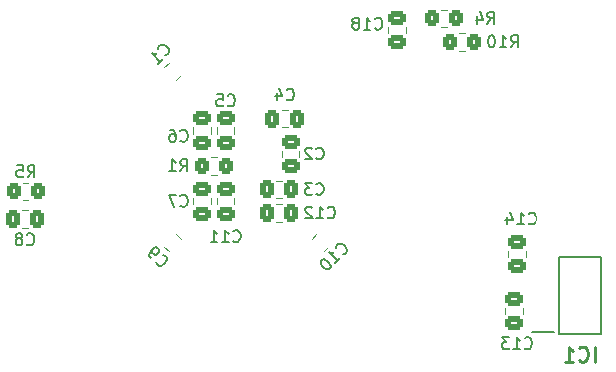
<source format=gbo>
G04 #@! TF.GenerationSoftware,KiCad,Pcbnew,8.0.8*
G04 #@! TF.CreationDate,2025-04-12T06:06:46-04:00*
G04 #@! TF.ProjectId,custom-keypad,63757374-6f6d-42d6-9b65-797061642e6b,rev?*
G04 #@! TF.SameCoordinates,Original*
G04 #@! TF.FileFunction,Legend,Bot*
G04 #@! TF.FilePolarity,Positive*
%FSLAX46Y46*%
G04 Gerber Fmt 4.6, Leading zero omitted, Abs format (unit mm)*
G04 Created by KiCad (PCBNEW 8.0.8) date 2025-04-12 06:06:46*
%MOMM*%
%LPD*%
G01*
G04 APERTURE LIST*
G04 Aperture macros list*
%AMRoundRect*
0 Rectangle with rounded corners*
0 $1 Rounding radius*
0 $2 $3 $4 $5 $6 $7 $8 $9 X,Y pos of 4 corners*
0 Add a 4 corners polygon primitive as box body*
4,1,4,$2,$3,$4,$5,$6,$7,$8,$9,$2,$3,0*
0 Add four circle primitives for the rounded corners*
1,1,$1+$1,$2,$3*
1,1,$1+$1,$4,$5*
1,1,$1+$1,$6,$7*
1,1,$1+$1,$8,$9*
0 Add four rect primitives between the rounded corners*
20,1,$1+$1,$2,$3,$4,$5,0*
20,1,$1+$1,$4,$5,$6,$7,0*
20,1,$1+$1,$6,$7,$8,$9,0*
20,1,$1+$1,$8,$9,$2,$3,0*%
G04 Aperture macros list end*
%ADD10C,0.150000*%
%ADD11C,0.254000*%
%ADD12C,0.120000*%
%ADD13C,0.200000*%
%ADD14C,1.701800*%
%ADD15C,3.987800*%
%ADD16C,2.286000*%
%ADD17C,3.200000*%
%ADD18R,1.650000X1.650000*%
%ADD19C,1.650000*%
%ADD20C,1.800000*%
%ADD21C,4.950000*%
%ADD22C,0.650000*%
%ADD23C,1.140000*%
%ADD24C,1.815000*%
%ADD25RoundRect,0.250000X0.337500X0.475000X-0.337500X0.475000X-0.337500X-0.475000X0.337500X-0.475000X0*%
%ADD26RoundRect,0.250000X0.097227X-0.574524X0.574524X-0.097227X-0.097227X0.574524X-0.574524X0.097227X0*%
%ADD27RoundRect,0.250000X-0.475000X0.337500X-0.475000X-0.337500X0.475000X-0.337500X0.475000X0.337500X0*%
%ADD28RoundRect,0.250000X-0.350000X-0.450000X0.350000X-0.450000X0.350000X0.450000X-0.350000X0.450000X0*%
%ADD29RoundRect,0.250000X0.574524X0.097227X0.097227X0.574524X-0.574524X-0.097227X-0.097227X-0.574524X0*%
%ADD30RoundRect,0.250000X0.475000X-0.337500X0.475000X0.337500X-0.475000X0.337500X-0.475000X-0.337500X0*%
%ADD31R,1.850000X0.900000*%
%ADD32R,1.850000X3.200000*%
%ADD33RoundRect,0.250000X0.350000X0.450000X-0.350000X0.450000X-0.350000X-0.450000X0.350000X-0.450000X0*%
%ADD34C,0.600000*%
%ADD35C,6.000000*%
G04 APERTURE END LIST*
D10*
X88666666Y-33859580D02*
X88714285Y-33907200D01*
X88714285Y-33907200D02*
X88857142Y-33954819D01*
X88857142Y-33954819D02*
X88952380Y-33954819D01*
X88952380Y-33954819D02*
X89095237Y-33907200D01*
X89095237Y-33907200D02*
X89190475Y-33811961D01*
X89190475Y-33811961D02*
X89238094Y-33716723D01*
X89238094Y-33716723D02*
X89285713Y-33526247D01*
X89285713Y-33526247D02*
X89285713Y-33383390D01*
X89285713Y-33383390D02*
X89238094Y-33192914D01*
X89238094Y-33192914D02*
X89190475Y-33097676D01*
X89190475Y-33097676D02*
X89095237Y-33002438D01*
X89095237Y-33002438D02*
X88952380Y-32954819D01*
X88952380Y-32954819D02*
X88857142Y-32954819D01*
X88857142Y-32954819D02*
X88714285Y-33002438D01*
X88714285Y-33002438D02*
X88666666Y-33050057D01*
X87809523Y-33288152D02*
X87809523Y-33954819D01*
X88047618Y-32907200D02*
X88285713Y-33621485D01*
X88285713Y-33621485D02*
X87666666Y-33621485D01*
X78372112Y-30136411D02*
X78439456Y-30136411D01*
X78439456Y-30136411D02*
X78574143Y-30069067D01*
X78574143Y-30069067D02*
X78641486Y-30001724D01*
X78641486Y-30001724D02*
X78708830Y-29867037D01*
X78708830Y-29867037D02*
X78708830Y-29732350D01*
X78708830Y-29732350D02*
X78675158Y-29631335D01*
X78675158Y-29631335D02*
X78574143Y-29462976D01*
X78574143Y-29462976D02*
X78473128Y-29361961D01*
X78473128Y-29361961D02*
X78304769Y-29260945D01*
X78304769Y-29260945D02*
X78203754Y-29227274D01*
X78203754Y-29227274D02*
X78069067Y-29227274D01*
X78069067Y-29227274D02*
X77934380Y-29294617D01*
X77934380Y-29294617D02*
X77867036Y-29361961D01*
X77867036Y-29361961D02*
X77799693Y-29496648D01*
X77799693Y-29496648D02*
X77799693Y-29563991D01*
X77766021Y-30877189D02*
X78170082Y-30473128D01*
X77968051Y-30675159D02*
X77260945Y-29968052D01*
X77260945Y-29968052D02*
X77429303Y-30001724D01*
X77429303Y-30001724D02*
X77563990Y-30001724D01*
X77563990Y-30001724D02*
X77665006Y-29968052D01*
X79666666Y-37359580D02*
X79714285Y-37407200D01*
X79714285Y-37407200D02*
X79857142Y-37454819D01*
X79857142Y-37454819D02*
X79952380Y-37454819D01*
X79952380Y-37454819D02*
X80095237Y-37407200D01*
X80095237Y-37407200D02*
X80190475Y-37311961D01*
X80190475Y-37311961D02*
X80238094Y-37216723D01*
X80238094Y-37216723D02*
X80285713Y-37026247D01*
X80285713Y-37026247D02*
X80285713Y-36883390D01*
X80285713Y-36883390D02*
X80238094Y-36692914D01*
X80238094Y-36692914D02*
X80190475Y-36597676D01*
X80190475Y-36597676D02*
X80095237Y-36502438D01*
X80095237Y-36502438D02*
X79952380Y-36454819D01*
X79952380Y-36454819D02*
X79857142Y-36454819D01*
X79857142Y-36454819D02*
X79714285Y-36502438D01*
X79714285Y-36502438D02*
X79666666Y-36550057D01*
X78809523Y-36454819D02*
X78999999Y-36454819D01*
X78999999Y-36454819D02*
X79095237Y-36502438D01*
X79095237Y-36502438D02*
X79142856Y-36550057D01*
X79142856Y-36550057D02*
X79238094Y-36692914D01*
X79238094Y-36692914D02*
X79285713Y-36883390D01*
X79285713Y-36883390D02*
X79285713Y-37264342D01*
X79285713Y-37264342D02*
X79238094Y-37359580D01*
X79238094Y-37359580D02*
X79190475Y-37407200D01*
X79190475Y-37407200D02*
X79095237Y-37454819D01*
X79095237Y-37454819D02*
X78904761Y-37454819D01*
X78904761Y-37454819D02*
X78809523Y-37407200D01*
X78809523Y-37407200D02*
X78761904Y-37359580D01*
X78761904Y-37359580D02*
X78714285Y-37264342D01*
X78714285Y-37264342D02*
X78714285Y-37026247D01*
X78714285Y-37026247D02*
X78761904Y-36931009D01*
X78761904Y-36931009D02*
X78809523Y-36883390D01*
X78809523Y-36883390D02*
X78904761Y-36835771D01*
X78904761Y-36835771D02*
X79095237Y-36835771D01*
X79095237Y-36835771D02*
X79190475Y-36883390D01*
X79190475Y-36883390D02*
X79238094Y-36931009D01*
X79238094Y-36931009D02*
X79285713Y-37026247D01*
X105666666Y-27454819D02*
X105999999Y-26978628D01*
X106238094Y-27454819D02*
X106238094Y-26454819D01*
X106238094Y-26454819D02*
X105857142Y-26454819D01*
X105857142Y-26454819D02*
X105761904Y-26502438D01*
X105761904Y-26502438D02*
X105714285Y-26550057D01*
X105714285Y-26550057D02*
X105666666Y-26645295D01*
X105666666Y-26645295D02*
X105666666Y-26788152D01*
X105666666Y-26788152D02*
X105714285Y-26883390D01*
X105714285Y-26883390D02*
X105761904Y-26931009D01*
X105761904Y-26931009D02*
X105857142Y-26978628D01*
X105857142Y-26978628D02*
X106238094Y-26978628D01*
X104809523Y-26788152D02*
X104809523Y-27454819D01*
X105047618Y-26407200D02*
X105285713Y-27121485D01*
X105285713Y-27121485D02*
X104666666Y-27121485D01*
X77597211Y-47605735D02*
X77597211Y-47673079D01*
X77597211Y-47673079D02*
X77664555Y-47807766D01*
X77664555Y-47807766D02*
X77731898Y-47875109D01*
X77731898Y-47875109D02*
X77866585Y-47942453D01*
X77866585Y-47942453D02*
X78001272Y-47942453D01*
X78001272Y-47942453D02*
X78102287Y-47908781D01*
X78102287Y-47908781D02*
X78270646Y-47807766D01*
X78270646Y-47807766D02*
X78371661Y-47706751D01*
X78371661Y-47706751D02*
X78472677Y-47538392D01*
X78472677Y-47538392D02*
X78506348Y-47437377D01*
X78506348Y-47437377D02*
X78506348Y-47302690D01*
X78506348Y-47302690D02*
X78439005Y-47168003D01*
X78439005Y-47168003D02*
X78371661Y-47100659D01*
X78371661Y-47100659D02*
X78236974Y-47033316D01*
X78236974Y-47033316D02*
X78169631Y-47033316D01*
X77193150Y-47336361D02*
X77058463Y-47201674D01*
X77058463Y-47201674D02*
X77024791Y-47100659D01*
X77024791Y-47100659D02*
X77024791Y-47033316D01*
X77024791Y-47033316D02*
X77058463Y-46864957D01*
X77058463Y-46864957D02*
X77159478Y-46696598D01*
X77159478Y-46696598D02*
X77428852Y-46427224D01*
X77428852Y-46427224D02*
X77529868Y-46393552D01*
X77529868Y-46393552D02*
X77597211Y-46393552D01*
X77597211Y-46393552D02*
X77698226Y-46427224D01*
X77698226Y-46427224D02*
X77832913Y-46561911D01*
X77832913Y-46561911D02*
X77866585Y-46662926D01*
X77866585Y-46662926D02*
X77866585Y-46730270D01*
X77866585Y-46730270D02*
X77832913Y-46831285D01*
X77832913Y-46831285D02*
X77664555Y-46999644D01*
X77664555Y-46999644D02*
X77563539Y-47033316D01*
X77563539Y-47033316D02*
X77496196Y-47033316D01*
X77496196Y-47033316D02*
X77395181Y-46999644D01*
X77395181Y-46999644D02*
X77260494Y-46864957D01*
X77260494Y-46864957D02*
X77226822Y-46763942D01*
X77226822Y-46763942D02*
X77226822Y-46696598D01*
X77226822Y-46696598D02*
X77260494Y-46595583D01*
X108808856Y-54923579D02*
X108856475Y-54971199D01*
X108856475Y-54971199D02*
X108999332Y-55018818D01*
X108999332Y-55018818D02*
X109094570Y-55018818D01*
X109094570Y-55018818D02*
X109237427Y-54971199D01*
X109237427Y-54971199D02*
X109332665Y-54875960D01*
X109332665Y-54875960D02*
X109380284Y-54780722D01*
X109380284Y-54780722D02*
X109427903Y-54590246D01*
X109427903Y-54590246D02*
X109427903Y-54447389D01*
X109427903Y-54447389D02*
X109380284Y-54256913D01*
X109380284Y-54256913D02*
X109332665Y-54161675D01*
X109332665Y-54161675D02*
X109237427Y-54066437D01*
X109237427Y-54066437D02*
X109094570Y-54018818D01*
X109094570Y-54018818D02*
X108999332Y-54018818D01*
X108999332Y-54018818D02*
X108856475Y-54066437D01*
X108856475Y-54066437D02*
X108808856Y-54114056D01*
X107856475Y-55018818D02*
X108427903Y-55018818D01*
X108142189Y-55018818D02*
X108142189Y-54018818D01*
X108142189Y-54018818D02*
X108237427Y-54161675D01*
X108237427Y-54161675D02*
X108332665Y-54256913D01*
X108332665Y-54256913D02*
X108427903Y-54304532D01*
X107523141Y-54018818D02*
X106904094Y-54018818D01*
X106904094Y-54018818D02*
X107237427Y-54399770D01*
X107237427Y-54399770D02*
X107094570Y-54399770D01*
X107094570Y-54399770D02*
X106999332Y-54447389D01*
X106999332Y-54447389D02*
X106951713Y-54495008D01*
X106951713Y-54495008D02*
X106904094Y-54590246D01*
X106904094Y-54590246D02*
X106904094Y-54828341D01*
X106904094Y-54828341D02*
X106951713Y-54923579D01*
X106951713Y-54923579D02*
X106999332Y-54971199D01*
X106999332Y-54971199D02*
X107094570Y-55018818D01*
X107094570Y-55018818D02*
X107380284Y-55018818D01*
X107380284Y-55018818D02*
X107475522Y-54971199D01*
X107475522Y-54971199D02*
X107523141Y-54923579D01*
X92142857Y-43859580D02*
X92190476Y-43907200D01*
X92190476Y-43907200D02*
X92333333Y-43954819D01*
X92333333Y-43954819D02*
X92428571Y-43954819D01*
X92428571Y-43954819D02*
X92571428Y-43907200D01*
X92571428Y-43907200D02*
X92666666Y-43811961D01*
X92666666Y-43811961D02*
X92714285Y-43716723D01*
X92714285Y-43716723D02*
X92761904Y-43526247D01*
X92761904Y-43526247D02*
X92761904Y-43383390D01*
X92761904Y-43383390D02*
X92714285Y-43192914D01*
X92714285Y-43192914D02*
X92666666Y-43097676D01*
X92666666Y-43097676D02*
X92571428Y-43002438D01*
X92571428Y-43002438D02*
X92428571Y-42954819D01*
X92428571Y-42954819D02*
X92333333Y-42954819D01*
X92333333Y-42954819D02*
X92190476Y-43002438D01*
X92190476Y-43002438D02*
X92142857Y-43050057D01*
X91190476Y-43954819D02*
X91761904Y-43954819D01*
X91476190Y-43954819D02*
X91476190Y-42954819D01*
X91476190Y-42954819D02*
X91571428Y-43097676D01*
X91571428Y-43097676D02*
X91666666Y-43192914D01*
X91666666Y-43192914D02*
X91761904Y-43240533D01*
X90809523Y-43050057D02*
X90761904Y-43002438D01*
X90761904Y-43002438D02*
X90666666Y-42954819D01*
X90666666Y-42954819D02*
X90428571Y-42954819D01*
X90428571Y-42954819D02*
X90333333Y-43002438D01*
X90333333Y-43002438D02*
X90285714Y-43050057D01*
X90285714Y-43050057D02*
X90238095Y-43145295D01*
X90238095Y-43145295D02*
X90238095Y-43240533D01*
X90238095Y-43240533D02*
X90285714Y-43383390D01*
X90285714Y-43383390D02*
X90857142Y-43954819D01*
X90857142Y-43954819D02*
X90238095Y-43954819D01*
X109142857Y-44359580D02*
X109190476Y-44407200D01*
X109190476Y-44407200D02*
X109333333Y-44454819D01*
X109333333Y-44454819D02*
X109428571Y-44454819D01*
X109428571Y-44454819D02*
X109571428Y-44407200D01*
X109571428Y-44407200D02*
X109666666Y-44311961D01*
X109666666Y-44311961D02*
X109714285Y-44216723D01*
X109714285Y-44216723D02*
X109761904Y-44026247D01*
X109761904Y-44026247D02*
X109761904Y-43883390D01*
X109761904Y-43883390D02*
X109714285Y-43692914D01*
X109714285Y-43692914D02*
X109666666Y-43597676D01*
X109666666Y-43597676D02*
X109571428Y-43502438D01*
X109571428Y-43502438D02*
X109428571Y-43454819D01*
X109428571Y-43454819D02*
X109333333Y-43454819D01*
X109333333Y-43454819D02*
X109190476Y-43502438D01*
X109190476Y-43502438D02*
X109142857Y-43550057D01*
X108190476Y-44454819D02*
X108761904Y-44454819D01*
X108476190Y-44454819D02*
X108476190Y-43454819D01*
X108476190Y-43454819D02*
X108571428Y-43597676D01*
X108571428Y-43597676D02*
X108666666Y-43692914D01*
X108666666Y-43692914D02*
X108761904Y-43740533D01*
X107333333Y-43788152D02*
X107333333Y-44454819D01*
X107571428Y-43407200D02*
X107809523Y-44121485D01*
X107809523Y-44121485D02*
X107190476Y-44121485D01*
X91166666Y-38859580D02*
X91214285Y-38907200D01*
X91214285Y-38907200D02*
X91357142Y-38954819D01*
X91357142Y-38954819D02*
X91452380Y-38954819D01*
X91452380Y-38954819D02*
X91595237Y-38907200D01*
X91595237Y-38907200D02*
X91690475Y-38811961D01*
X91690475Y-38811961D02*
X91738094Y-38716723D01*
X91738094Y-38716723D02*
X91785713Y-38526247D01*
X91785713Y-38526247D02*
X91785713Y-38383390D01*
X91785713Y-38383390D02*
X91738094Y-38192914D01*
X91738094Y-38192914D02*
X91690475Y-38097676D01*
X91690475Y-38097676D02*
X91595237Y-38002438D01*
X91595237Y-38002438D02*
X91452380Y-37954819D01*
X91452380Y-37954819D02*
X91357142Y-37954819D01*
X91357142Y-37954819D02*
X91214285Y-38002438D01*
X91214285Y-38002438D02*
X91166666Y-38050057D01*
X90785713Y-38050057D02*
X90738094Y-38002438D01*
X90738094Y-38002438D02*
X90642856Y-37954819D01*
X90642856Y-37954819D02*
X90404761Y-37954819D01*
X90404761Y-37954819D02*
X90309523Y-38002438D01*
X90309523Y-38002438D02*
X90261904Y-38050057D01*
X90261904Y-38050057D02*
X90214285Y-38145295D01*
X90214285Y-38145295D02*
X90214285Y-38240533D01*
X90214285Y-38240533D02*
X90261904Y-38383390D01*
X90261904Y-38383390D02*
X90833332Y-38954819D01*
X90833332Y-38954819D02*
X90214285Y-38954819D01*
X84142857Y-45859580D02*
X84190476Y-45907200D01*
X84190476Y-45907200D02*
X84333333Y-45954819D01*
X84333333Y-45954819D02*
X84428571Y-45954819D01*
X84428571Y-45954819D02*
X84571428Y-45907200D01*
X84571428Y-45907200D02*
X84666666Y-45811961D01*
X84666666Y-45811961D02*
X84714285Y-45716723D01*
X84714285Y-45716723D02*
X84761904Y-45526247D01*
X84761904Y-45526247D02*
X84761904Y-45383390D01*
X84761904Y-45383390D02*
X84714285Y-45192914D01*
X84714285Y-45192914D02*
X84666666Y-45097676D01*
X84666666Y-45097676D02*
X84571428Y-45002438D01*
X84571428Y-45002438D02*
X84428571Y-44954819D01*
X84428571Y-44954819D02*
X84333333Y-44954819D01*
X84333333Y-44954819D02*
X84190476Y-45002438D01*
X84190476Y-45002438D02*
X84142857Y-45050057D01*
X83190476Y-45954819D02*
X83761904Y-45954819D01*
X83476190Y-45954819D02*
X83476190Y-44954819D01*
X83476190Y-44954819D02*
X83571428Y-45097676D01*
X83571428Y-45097676D02*
X83666666Y-45192914D01*
X83666666Y-45192914D02*
X83761904Y-45240533D01*
X82238095Y-45954819D02*
X82809523Y-45954819D01*
X82523809Y-45954819D02*
X82523809Y-44954819D01*
X82523809Y-44954819D02*
X82619047Y-45097676D01*
X82619047Y-45097676D02*
X82714285Y-45192914D01*
X82714285Y-45192914D02*
X82809523Y-45240533D01*
D11*
X114739762Y-56074318D02*
X114739762Y-54804318D01*
X113409285Y-55953365D02*
X113469761Y-56013842D01*
X113469761Y-56013842D02*
X113651190Y-56074318D01*
X113651190Y-56074318D02*
X113772142Y-56074318D01*
X113772142Y-56074318D02*
X113953571Y-56013842D01*
X113953571Y-56013842D02*
X114074523Y-55892889D01*
X114074523Y-55892889D02*
X114135000Y-55771937D01*
X114135000Y-55771937D02*
X114195476Y-55530032D01*
X114195476Y-55530032D02*
X114195476Y-55348603D01*
X114195476Y-55348603D02*
X114135000Y-55106699D01*
X114135000Y-55106699D02*
X114074523Y-54985746D01*
X114074523Y-54985746D02*
X113953571Y-54864794D01*
X113953571Y-54864794D02*
X113772142Y-54804318D01*
X113772142Y-54804318D02*
X113651190Y-54804318D01*
X113651190Y-54804318D02*
X113469761Y-54864794D01*
X113469761Y-54864794D02*
X113409285Y-54925270D01*
X112199761Y-56074318D02*
X112925476Y-56074318D01*
X112562619Y-56074318D02*
X112562619Y-54804318D01*
X112562619Y-54804318D02*
X112683571Y-54985746D01*
X112683571Y-54985746D02*
X112804523Y-55106699D01*
X112804523Y-55106699D02*
X112925476Y-55167175D01*
D10*
X83666666Y-34359580D02*
X83714285Y-34407200D01*
X83714285Y-34407200D02*
X83857142Y-34454819D01*
X83857142Y-34454819D02*
X83952380Y-34454819D01*
X83952380Y-34454819D02*
X84095237Y-34407200D01*
X84095237Y-34407200D02*
X84190475Y-34311961D01*
X84190475Y-34311961D02*
X84238094Y-34216723D01*
X84238094Y-34216723D02*
X84285713Y-34026247D01*
X84285713Y-34026247D02*
X84285713Y-33883390D01*
X84285713Y-33883390D02*
X84238094Y-33692914D01*
X84238094Y-33692914D02*
X84190475Y-33597676D01*
X84190475Y-33597676D02*
X84095237Y-33502438D01*
X84095237Y-33502438D02*
X83952380Y-33454819D01*
X83952380Y-33454819D02*
X83857142Y-33454819D01*
X83857142Y-33454819D02*
X83714285Y-33502438D01*
X83714285Y-33502438D02*
X83666666Y-33550057D01*
X82761904Y-33454819D02*
X83238094Y-33454819D01*
X83238094Y-33454819D02*
X83285713Y-33931009D01*
X83285713Y-33931009D02*
X83238094Y-33883390D01*
X83238094Y-33883390D02*
X83142856Y-33835771D01*
X83142856Y-33835771D02*
X82904761Y-33835771D01*
X82904761Y-33835771D02*
X82809523Y-33883390D01*
X82809523Y-33883390D02*
X82761904Y-33931009D01*
X82761904Y-33931009D02*
X82714285Y-34026247D01*
X82714285Y-34026247D02*
X82714285Y-34264342D01*
X82714285Y-34264342D02*
X82761904Y-34359580D01*
X82761904Y-34359580D02*
X82809523Y-34407200D01*
X82809523Y-34407200D02*
X82904761Y-34454819D01*
X82904761Y-34454819D02*
X83142856Y-34454819D01*
X83142856Y-34454819D02*
X83238094Y-34407200D01*
X83238094Y-34407200D02*
X83285713Y-34359580D01*
X93396769Y-46987632D02*
X93464113Y-46987632D01*
X93464113Y-46987632D02*
X93598800Y-46920288D01*
X93598800Y-46920288D02*
X93666143Y-46852945D01*
X93666143Y-46852945D02*
X93733487Y-46718258D01*
X93733487Y-46718258D02*
X93733487Y-46583571D01*
X93733487Y-46583571D02*
X93699815Y-46482556D01*
X93699815Y-46482556D02*
X93598800Y-46314197D01*
X93598800Y-46314197D02*
X93497785Y-46213182D01*
X93497785Y-46213182D02*
X93329426Y-46112166D01*
X93329426Y-46112166D02*
X93228411Y-46078495D01*
X93228411Y-46078495D02*
X93093724Y-46078495D01*
X93093724Y-46078495D02*
X92959037Y-46145838D01*
X92959037Y-46145838D02*
X92891693Y-46213182D01*
X92891693Y-46213182D02*
X92824350Y-46347869D01*
X92824350Y-46347869D02*
X92824350Y-46415212D01*
X92790678Y-47728410D02*
X93194739Y-47324349D01*
X92992708Y-47526380D02*
X92285602Y-46819273D01*
X92285602Y-46819273D02*
X92453960Y-46852945D01*
X92453960Y-46852945D02*
X92588647Y-46852945D01*
X92588647Y-46852945D02*
X92689663Y-46819273D01*
X91645838Y-47459037D02*
X91578495Y-47526380D01*
X91578495Y-47526380D02*
X91544823Y-47627395D01*
X91544823Y-47627395D02*
X91544823Y-47694739D01*
X91544823Y-47694739D02*
X91578495Y-47795754D01*
X91578495Y-47795754D02*
X91679510Y-47964113D01*
X91679510Y-47964113D02*
X91847869Y-48132472D01*
X91847869Y-48132472D02*
X92016227Y-48233487D01*
X92016227Y-48233487D02*
X92117243Y-48267159D01*
X92117243Y-48267159D02*
X92184586Y-48267159D01*
X92184586Y-48267159D02*
X92285601Y-48233487D01*
X92285601Y-48233487D02*
X92352945Y-48166143D01*
X92352945Y-48166143D02*
X92386617Y-48065128D01*
X92386617Y-48065128D02*
X92386617Y-47997785D01*
X92386617Y-47997785D02*
X92352945Y-47896769D01*
X92352945Y-47896769D02*
X92251930Y-47728411D01*
X92251930Y-47728411D02*
X92083571Y-47560052D01*
X92083571Y-47560052D02*
X91915212Y-47459037D01*
X91915212Y-47459037D02*
X91814197Y-47425365D01*
X91814197Y-47425365D02*
X91746853Y-47425365D01*
X91746853Y-47425365D02*
X91645838Y-47459037D01*
X66666666Y-46123580D02*
X66714285Y-46171200D01*
X66714285Y-46171200D02*
X66857142Y-46218819D01*
X66857142Y-46218819D02*
X66952380Y-46218819D01*
X66952380Y-46218819D02*
X67095237Y-46171200D01*
X67095237Y-46171200D02*
X67190475Y-46075961D01*
X67190475Y-46075961D02*
X67238094Y-45980723D01*
X67238094Y-45980723D02*
X67285713Y-45790247D01*
X67285713Y-45790247D02*
X67285713Y-45647390D01*
X67285713Y-45647390D02*
X67238094Y-45456914D01*
X67238094Y-45456914D02*
X67190475Y-45361676D01*
X67190475Y-45361676D02*
X67095237Y-45266438D01*
X67095237Y-45266438D02*
X66952380Y-45218819D01*
X66952380Y-45218819D02*
X66857142Y-45218819D01*
X66857142Y-45218819D02*
X66714285Y-45266438D01*
X66714285Y-45266438D02*
X66666666Y-45314057D01*
X66095237Y-45647390D02*
X66190475Y-45599771D01*
X66190475Y-45599771D02*
X66238094Y-45552152D01*
X66238094Y-45552152D02*
X66285713Y-45456914D01*
X66285713Y-45456914D02*
X66285713Y-45409295D01*
X66285713Y-45409295D02*
X66238094Y-45314057D01*
X66238094Y-45314057D02*
X66190475Y-45266438D01*
X66190475Y-45266438D02*
X66095237Y-45218819D01*
X66095237Y-45218819D02*
X65904761Y-45218819D01*
X65904761Y-45218819D02*
X65809523Y-45266438D01*
X65809523Y-45266438D02*
X65761904Y-45314057D01*
X65761904Y-45314057D02*
X65714285Y-45409295D01*
X65714285Y-45409295D02*
X65714285Y-45456914D01*
X65714285Y-45456914D02*
X65761904Y-45552152D01*
X65761904Y-45552152D02*
X65809523Y-45599771D01*
X65809523Y-45599771D02*
X65904761Y-45647390D01*
X65904761Y-45647390D02*
X66095237Y-45647390D01*
X66095237Y-45647390D02*
X66190475Y-45695009D01*
X66190475Y-45695009D02*
X66238094Y-45742628D01*
X66238094Y-45742628D02*
X66285713Y-45837866D01*
X66285713Y-45837866D02*
X66285713Y-46028342D01*
X66285713Y-46028342D02*
X66238094Y-46123580D01*
X66238094Y-46123580D02*
X66190475Y-46171200D01*
X66190475Y-46171200D02*
X66095237Y-46218819D01*
X66095237Y-46218819D02*
X65904761Y-46218819D01*
X65904761Y-46218819D02*
X65809523Y-46171200D01*
X65809523Y-46171200D02*
X65761904Y-46123580D01*
X65761904Y-46123580D02*
X65714285Y-46028342D01*
X65714285Y-46028342D02*
X65714285Y-45837866D01*
X65714285Y-45837866D02*
X65761904Y-45742628D01*
X65761904Y-45742628D02*
X65809523Y-45695009D01*
X65809523Y-45695009D02*
X65904761Y-45647390D01*
X107642857Y-29454819D02*
X107976190Y-28978628D01*
X108214285Y-29454819D02*
X108214285Y-28454819D01*
X108214285Y-28454819D02*
X107833333Y-28454819D01*
X107833333Y-28454819D02*
X107738095Y-28502438D01*
X107738095Y-28502438D02*
X107690476Y-28550057D01*
X107690476Y-28550057D02*
X107642857Y-28645295D01*
X107642857Y-28645295D02*
X107642857Y-28788152D01*
X107642857Y-28788152D02*
X107690476Y-28883390D01*
X107690476Y-28883390D02*
X107738095Y-28931009D01*
X107738095Y-28931009D02*
X107833333Y-28978628D01*
X107833333Y-28978628D02*
X108214285Y-28978628D01*
X106690476Y-29454819D02*
X107261904Y-29454819D01*
X106976190Y-29454819D02*
X106976190Y-28454819D01*
X106976190Y-28454819D02*
X107071428Y-28597676D01*
X107071428Y-28597676D02*
X107166666Y-28692914D01*
X107166666Y-28692914D02*
X107261904Y-28740533D01*
X106071428Y-28454819D02*
X105976190Y-28454819D01*
X105976190Y-28454819D02*
X105880952Y-28502438D01*
X105880952Y-28502438D02*
X105833333Y-28550057D01*
X105833333Y-28550057D02*
X105785714Y-28645295D01*
X105785714Y-28645295D02*
X105738095Y-28835771D01*
X105738095Y-28835771D02*
X105738095Y-29073866D01*
X105738095Y-29073866D02*
X105785714Y-29264342D01*
X105785714Y-29264342D02*
X105833333Y-29359580D01*
X105833333Y-29359580D02*
X105880952Y-29407200D01*
X105880952Y-29407200D02*
X105976190Y-29454819D01*
X105976190Y-29454819D02*
X106071428Y-29454819D01*
X106071428Y-29454819D02*
X106166666Y-29407200D01*
X106166666Y-29407200D02*
X106214285Y-29359580D01*
X106214285Y-29359580D02*
X106261904Y-29264342D01*
X106261904Y-29264342D02*
X106309523Y-29073866D01*
X106309523Y-29073866D02*
X106309523Y-28835771D01*
X106309523Y-28835771D02*
X106261904Y-28645295D01*
X106261904Y-28645295D02*
X106214285Y-28550057D01*
X106214285Y-28550057D02*
X106166666Y-28502438D01*
X106166666Y-28502438D02*
X106071428Y-28454819D01*
X79666666Y-42859580D02*
X79714285Y-42907200D01*
X79714285Y-42907200D02*
X79857142Y-42954819D01*
X79857142Y-42954819D02*
X79952380Y-42954819D01*
X79952380Y-42954819D02*
X80095237Y-42907200D01*
X80095237Y-42907200D02*
X80190475Y-42811961D01*
X80190475Y-42811961D02*
X80238094Y-42716723D01*
X80238094Y-42716723D02*
X80285713Y-42526247D01*
X80285713Y-42526247D02*
X80285713Y-42383390D01*
X80285713Y-42383390D02*
X80238094Y-42192914D01*
X80238094Y-42192914D02*
X80190475Y-42097676D01*
X80190475Y-42097676D02*
X80095237Y-42002438D01*
X80095237Y-42002438D02*
X79952380Y-41954819D01*
X79952380Y-41954819D02*
X79857142Y-41954819D01*
X79857142Y-41954819D02*
X79714285Y-42002438D01*
X79714285Y-42002438D02*
X79666666Y-42050057D01*
X79333332Y-41954819D02*
X78666666Y-41954819D01*
X78666666Y-41954819D02*
X79095237Y-42954819D01*
X79666666Y-39954819D02*
X79999999Y-39478628D01*
X80238094Y-39954819D02*
X80238094Y-38954819D01*
X80238094Y-38954819D02*
X79857142Y-38954819D01*
X79857142Y-38954819D02*
X79761904Y-39002438D01*
X79761904Y-39002438D02*
X79714285Y-39050057D01*
X79714285Y-39050057D02*
X79666666Y-39145295D01*
X79666666Y-39145295D02*
X79666666Y-39288152D01*
X79666666Y-39288152D02*
X79714285Y-39383390D01*
X79714285Y-39383390D02*
X79761904Y-39431009D01*
X79761904Y-39431009D02*
X79857142Y-39478628D01*
X79857142Y-39478628D02*
X80238094Y-39478628D01*
X78714285Y-39954819D02*
X79285713Y-39954819D01*
X78999999Y-39954819D02*
X78999999Y-38954819D01*
X78999999Y-38954819D02*
X79095237Y-39097676D01*
X79095237Y-39097676D02*
X79190475Y-39192914D01*
X79190475Y-39192914D02*
X79285713Y-39240533D01*
X96142857Y-27859580D02*
X96190476Y-27907200D01*
X96190476Y-27907200D02*
X96333333Y-27954819D01*
X96333333Y-27954819D02*
X96428571Y-27954819D01*
X96428571Y-27954819D02*
X96571428Y-27907200D01*
X96571428Y-27907200D02*
X96666666Y-27811961D01*
X96666666Y-27811961D02*
X96714285Y-27716723D01*
X96714285Y-27716723D02*
X96761904Y-27526247D01*
X96761904Y-27526247D02*
X96761904Y-27383390D01*
X96761904Y-27383390D02*
X96714285Y-27192914D01*
X96714285Y-27192914D02*
X96666666Y-27097676D01*
X96666666Y-27097676D02*
X96571428Y-27002438D01*
X96571428Y-27002438D02*
X96428571Y-26954819D01*
X96428571Y-26954819D02*
X96333333Y-26954819D01*
X96333333Y-26954819D02*
X96190476Y-27002438D01*
X96190476Y-27002438D02*
X96142857Y-27050057D01*
X95190476Y-27954819D02*
X95761904Y-27954819D01*
X95476190Y-27954819D02*
X95476190Y-26954819D01*
X95476190Y-26954819D02*
X95571428Y-27097676D01*
X95571428Y-27097676D02*
X95666666Y-27192914D01*
X95666666Y-27192914D02*
X95761904Y-27240533D01*
X94619047Y-27383390D02*
X94714285Y-27335771D01*
X94714285Y-27335771D02*
X94761904Y-27288152D01*
X94761904Y-27288152D02*
X94809523Y-27192914D01*
X94809523Y-27192914D02*
X94809523Y-27145295D01*
X94809523Y-27145295D02*
X94761904Y-27050057D01*
X94761904Y-27050057D02*
X94714285Y-27002438D01*
X94714285Y-27002438D02*
X94619047Y-26954819D01*
X94619047Y-26954819D02*
X94428571Y-26954819D01*
X94428571Y-26954819D02*
X94333333Y-27002438D01*
X94333333Y-27002438D02*
X94285714Y-27050057D01*
X94285714Y-27050057D02*
X94238095Y-27145295D01*
X94238095Y-27145295D02*
X94238095Y-27192914D01*
X94238095Y-27192914D02*
X94285714Y-27288152D01*
X94285714Y-27288152D02*
X94333333Y-27335771D01*
X94333333Y-27335771D02*
X94428571Y-27383390D01*
X94428571Y-27383390D02*
X94619047Y-27383390D01*
X94619047Y-27383390D02*
X94714285Y-27431009D01*
X94714285Y-27431009D02*
X94761904Y-27478628D01*
X94761904Y-27478628D02*
X94809523Y-27573866D01*
X94809523Y-27573866D02*
X94809523Y-27764342D01*
X94809523Y-27764342D02*
X94761904Y-27859580D01*
X94761904Y-27859580D02*
X94714285Y-27907200D01*
X94714285Y-27907200D02*
X94619047Y-27954819D01*
X94619047Y-27954819D02*
X94428571Y-27954819D01*
X94428571Y-27954819D02*
X94333333Y-27907200D01*
X94333333Y-27907200D02*
X94285714Y-27859580D01*
X94285714Y-27859580D02*
X94238095Y-27764342D01*
X94238095Y-27764342D02*
X94238095Y-27573866D01*
X94238095Y-27573866D02*
X94285714Y-27478628D01*
X94285714Y-27478628D02*
X94333333Y-27431009D01*
X94333333Y-27431009D02*
X94428571Y-27383390D01*
X91166666Y-41859580D02*
X91214285Y-41907200D01*
X91214285Y-41907200D02*
X91357142Y-41954819D01*
X91357142Y-41954819D02*
X91452380Y-41954819D01*
X91452380Y-41954819D02*
X91595237Y-41907200D01*
X91595237Y-41907200D02*
X91690475Y-41811961D01*
X91690475Y-41811961D02*
X91738094Y-41716723D01*
X91738094Y-41716723D02*
X91785713Y-41526247D01*
X91785713Y-41526247D02*
X91785713Y-41383390D01*
X91785713Y-41383390D02*
X91738094Y-41192914D01*
X91738094Y-41192914D02*
X91690475Y-41097676D01*
X91690475Y-41097676D02*
X91595237Y-41002438D01*
X91595237Y-41002438D02*
X91452380Y-40954819D01*
X91452380Y-40954819D02*
X91357142Y-40954819D01*
X91357142Y-40954819D02*
X91214285Y-41002438D01*
X91214285Y-41002438D02*
X91166666Y-41050057D01*
X90833332Y-40954819D02*
X90214285Y-40954819D01*
X90214285Y-40954819D02*
X90547618Y-41335771D01*
X90547618Y-41335771D02*
X90404761Y-41335771D01*
X90404761Y-41335771D02*
X90309523Y-41383390D01*
X90309523Y-41383390D02*
X90261904Y-41431009D01*
X90261904Y-41431009D02*
X90214285Y-41526247D01*
X90214285Y-41526247D02*
X90214285Y-41764342D01*
X90214285Y-41764342D02*
X90261904Y-41859580D01*
X90261904Y-41859580D02*
X90309523Y-41907200D01*
X90309523Y-41907200D02*
X90404761Y-41954819D01*
X90404761Y-41954819D02*
X90690475Y-41954819D01*
X90690475Y-41954819D02*
X90785713Y-41907200D01*
X90785713Y-41907200D02*
X90833332Y-41859580D01*
X66738666Y-40460819D02*
X67071999Y-39984628D01*
X67310094Y-40460819D02*
X67310094Y-39460819D01*
X67310094Y-39460819D02*
X66929142Y-39460819D01*
X66929142Y-39460819D02*
X66833904Y-39508438D01*
X66833904Y-39508438D02*
X66786285Y-39556057D01*
X66786285Y-39556057D02*
X66738666Y-39651295D01*
X66738666Y-39651295D02*
X66738666Y-39794152D01*
X66738666Y-39794152D02*
X66786285Y-39889390D01*
X66786285Y-39889390D02*
X66833904Y-39937009D01*
X66833904Y-39937009D02*
X66929142Y-39984628D01*
X66929142Y-39984628D02*
X67310094Y-39984628D01*
X65833904Y-39460819D02*
X66310094Y-39460819D01*
X66310094Y-39460819D02*
X66357713Y-39937009D01*
X66357713Y-39937009D02*
X66310094Y-39889390D01*
X66310094Y-39889390D02*
X66214856Y-39841771D01*
X66214856Y-39841771D02*
X65976761Y-39841771D01*
X65976761Y-39841771D02*
X65881523Y-39889390D01*
X65881523Y-39889390D02*
X65833904Y-39937009D01*
X65833904Y-39937009D02*
X65786285Y-40032247D01*
X65786285Y-40032247D02*
X65786285Y-40270342D01*
X65786285Y-40270342D02*
X65833904Y-40365580D01*
X65833904Y-40365580D02*
X65881523Y-40413200D01*
X65881523Y-40413200D02*
X65976761Y-40460819D01*
X65976761Y-40460819D02*
X66214856Y-40460819D01*
X66214856Y-40460819D02*
X66310094Y-40413200D01*
X66310094Y-40413200D02*
X66357713Y-40365580D01*
D12*
X88238747Y-34765000D02*
X88761253Y-34765000D01*
X88238747Y-36235000D02*
X88761253Y-36235000D01*
X78665010Y-30795543D02*
X78295543Y-31165010D01*
X79704457Y-31834990D02*
X79334990Y-32204457D01*
X80765000Y-36761253D02*
X80765000Y-36238747D01*
X82235000Y-36761253D02*
X82235000Y-36238747D01*
X102227064Y-26265000D02*
X101772936Y-26265000D01*
X102227064Y-27735000D02*
X101772936Y-27735000D01*
X78295543Y-46334990D02*
X78665010Y-46704457D01*
X79334990Y-45295543D02*
X79704457Y-45665010D01*
X107176999Y-52031252D02*
X107176999Y-51508746D01*
X108646999Y-52031252D02*
X108646999Y-51508746D01*
X87738747Y-42765000D02*
X88261253Y-42765000D01*
X87738747Y-44235000D02*
X88261253Y-44235000D01*
X107431000Y-46682747D02*
X107431000Y-47205253D01*
X108901000Y-46682747D02*
X108901000Y-47205253D01*
X88265000Y-38761253D02*
X88265000Y-38238747D01*
X89735000Y-38761253D02*
X89735000Y-38238747D01*
X82765000Y-42238747D02*
X82765000Y-42761253D01*
X84235000Y-42238747D02*
X84235000Y-42761253D01*
D13*
X111325000Y-53600000D02*
X109475000Y-53600000D01*
X111750000Y-47250000D02*
X115250000Y-47250000D01*
X111750000Y-53750000D02*
X111750000Y-47250000D01*
X115250000Y-47250000D02*
X115250000Y-53750000D01*
X115250000Y-53750000D02*
X111750000Y-53750000D01*
D12*
X82765000Y-36761253D02*
X82765000Y-36238747D01*
X84235000Y-36761253D02*
X84235000Y-36238747D01*
X91165010Y-45295543D02*
X90795543Y-45665010D01*
X92204457Y-46334990D02*
X91834990Y-46704457D01*
X66238748Y-43265000D02*
X66761252Y-43265000D01*
X66238748Y-44735000D02*
X66761252Y-44735000D01*
X103272936Y-28265000D02*
X103727064Y-28265000D01*
X103272936Y-29735000D02*
X103727064Y-29735000D01*
X80765000Y-42238747D02*
X80765000Y-42761253D01*
X82235000Y-42238747D02*
X82235000Y-42761253D01*
X82727064Y-38765000D02*
X82272936Y-38765000D01*
X82727064Y-40235000D02*
X82272936Y-40235000D01*
X97265000Y-28261253D02*
X97265000Y-27738747D01*
X98735000Y-28261253D02*
X98735000Y-27738747D01*
X87738747Y-40765000D02*
X88261253Y-40765000D01*
X87738747Y-42235000D02*
X88261253Y-42235000D01*
X66344936Y-40921000D02*
X66799064Y-40921000D01*
X66344936Y-42391000D02*
X66799064Y-42391000D01*
%LPC*%
D14*
X61322000Y-82804000D03*
D15*
X66402000Y-82804000D03*
D14*
X71482000Y-82804000D03*
D16*
X68942000Y-77724000D03*
X62592000Y-80264000D03*
D17*
X115422999Y-87559152D03*
D14*
X80222000Y-82804000D03*
D15*
X85302000Y-82804000D03*
D14*
X90382000Y-82804000D03*
D16*
X87842000Y-77724000D03*
X81492000Y-80264000D03*
D18*
X62738000Y-32258000D03*
D19*
X65278000Y-32258000D03*
X67818000Y-32258000D03*
X70358000Y-32258000D03*
X72898000Y-32258000D03*
D17*
X115422995Y-29321650D03*
X54934849Y-87559155D03*
D20*
X64088000Y-51308000D03*
X69088000Y-51308000D03*
X66588000Y-51308000D03*
X64088000Y-36808000D03*
X69088000Y-36808000D03*
D21*
X61938000Y-43808000D03*
X71238000Y-43808000D03*
D14*
X61322000Y-64008000D03*
D15*
X66402000Y-64008000D03*
D14*
X71482000Y-64008000D03*
D16*
X68942000Y-58928000D03*
X62592000Y-61468000D03*
D14*
X99122000Y-82804000D03*
D15*
X104202000Y-82804000D03*
D14*
X109282000Y-82804000D03*
D16*
X106742000Y-77724000D03*
X100392000Y-80264000D03*
D17*
X54864000Y-29210000D03*
D22*
X108225000Y-30750000D03*
D23*
X100775000Y-30750000D03*
D22*
X101450000Y-31450000D03*
X102100000Y-30750000D03*
X102900000Y-30750000D03*
X103300000Y-31450000D03*
X103700000Y-30750000D03*
X104100000Y-31450000D03*
X104900000Y-31450000D03*
X105300000Y-30750000D03*
X105700000Y-31450000D03*
X106100000Y-30750000D03*
X106900000Y-30750000D03*
X107550000Y-31450000D03*
D24*
X109000000Y-32250000D03*
X100000000Y-32250000D03*
D14*
X80222000Y-64008000D03*
D15*
X85302000Y-64008000D03*
D14*
X90382000Y-64008000D03*
D16*
X87842000Y-58928000D03*
X81492000Y-61468000D03*
D14*
X99122000Y-64008000D03*
D15*
X104202000Y-64008000D03*
D14*
X109282000Y-64008000D03*
D16*
X106742000Y-58928000D03*
X100392000Y-61468000D03*
D25*
X89537500Y-35500000D03*
X87462500Y-35500000D03*
D26*
X78266377Y-32233623D03*
X79733623Y-30766377D03*
D27*
X81500000Y-35462500D03*
X81500000Y-37537500D03*
D28*
X101000000Y-27000000D03*
X103000000Y-27000000D03*
D29*
X79733623Y-46733623D03*
X78266377Y-45266377D03*
D27*
X107911999Y-50732499D03*
X107911999Y-52807499D03*
D25*
X89037500Y-43500000D03*
X86962500Y-43500000D03*
D30*
X108166000Y-47981500D03*
X108166000Y-45906500D03*
D27*
X89000000Y-37462500D03*
X89000000Y-39537500D03*
D30*
X83500000Y-43537500D03*
X83500000Y-41462500D03*
D31*
X110400000Y-52800000D03*
X110400000Y-50500000D03*
X110400000Y-48200000D03*
D32*
X116600000Y-50500000D03*
D27*
X83500000Y-35462500D03*
X83500000Y-37537500D03*
D26*
X90766377Y-46733623D03*
X92233623Y-45266377D03*
D25*
X67537500Y-44000000D03*
X65462500Y-44000000D03*
D33*
X104500000Y-29000000D03*
X102500000Y-29000000D03*
D30*
X81500000Y-43537500D03*
X81500000Y-41462500D03*
D28*
X81500000Y-39500000D03*
X83500000Y-39500000D03*
D27*
X98000000Y-26962500D03*
X98000000Y-29037500D03*
D25*
X89037500Y-41500000D03*
X86962500Y-41500000D03*
D33*
X67572000Y-41656000D03*
X65572000Y-41656000D03*
D34*
X81500000Y-32000000D03*
X113500000Y-38000000D03*
D35*
X54944022Y-60196685D03*
D34*
X96000000Y-29500000D03*
X109500000Y-44000000D03*
X101000000Y-29500000D03*
X93000000Y-43000000D03*
X87000000Y-46500000D03*
X93000000Y-47000000D03*
X87500000Y-55000000D03*
X94500000Y-30000000D03*
X93500000Y-36000000D03*
X87500000Y-32000000D03*
X78000000Y-43000000D03*
X79750000Y-44250000D03*
X80500000Y-33500000D03*
X89233623Y-47233623D03*
X92482802Y-42095000D03*
X82000000Y-46500000D03*
X113000000Y-42500000D03*
X91000000Y-33500000D03*
X92500000Y-37000000D03*
X82500000Y-32000000D03*
X89000000Y-30000000D03*
X110500000Y-36500000D03*
X110500000Y-46000000D03*
X92500000Y-32500000D03*
X78000000Y-41000000D03*
X104600000Y-35065687D03*
X101000000Y-34125000D03*
X103862637Y-35376010D03*
X101000000Y-34925003D03*
X93500000Y-41000000D03*
X93500000Y-40000000D03*
X93500000Y-39000000D03*
%LPD*%
M02*

</source>
